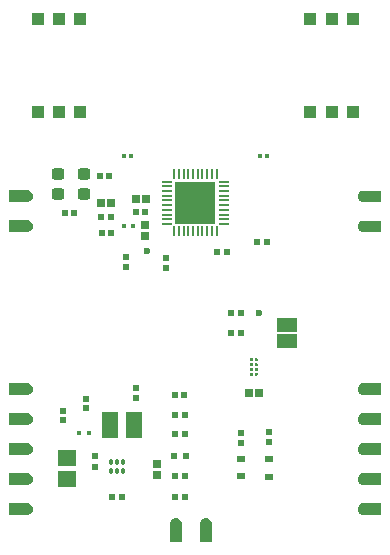
<source format=gtp>
G04*
G04 #@! TF.GenerationSoftware,Altium Limited,Altium NEXUS,5.8.2 (18)*
G04*
G04 Layer_Color=8421504*
%FSLAX44Y44*%
%MOMM*%
G71*
G04*
G04 #@! TF.SameCoordinates,3A1DB9EE-8D2C-4681-89B5-BFB965533D06*
G04*
G04*
G04 #@! TF.FilePolarity,Positive*
G04*
G01*
G75*
%ADD18O,0.8500X0.2000*%
%ADD19O,0.2000X0.8500*%
%ADD20R,0.4682X0.4725*%
%ADD21R,0.6582X0.7041*%
%ADD22R,0.6153X0.5725*%
%ADD23C,0.6000*%
%ADD24R,0.6725X0.7154*%
%ADD25R,0.3627X0.3627*%
%ADD26R,0.7041X0.6582*%
%ADD27R,0.5153X0.4725*%
%ADD28R,1.1000X1.1000*%
G04:AMPARAMS|DCode=29|XSize=1.1mm|YSize=0.98mm|CornerRadius=0.2597mm|HoleSize=0mm|Usage=FLASHONLY|Rotation=0.000|XOffset=0mm|YOffset=0mm|HoleType=Round|Shape=RoundedRectangle|*
%AMROUNDEDRECTD29*
21,1,1.1000,0.4606,0,0,0.0*
21,1,0.5806,0.9800,0,0,0.0*
1,1,0.5194,0.2903,-0.2303*
1,1,0.5194,-0.2903,-0.2303*
1,1,0.5194,-0.2903,0.2303*
1,1,0.5194,0.2903,0.2303*
%
%ADD29ROUNDEDRECTD29*%
%ADD30R,0.4725X0.4682*%
%ADD31R,0.5725X0.6153*%
%ADD32R,0.6281X0.6062*%
%ADD33R,0.4541X0.3627*%
%ADD34R,1.7062X1.1544*%
%ADD35R,0.8000X0.6000*%
%ADD36R,0.8000X0.6000*%
G04:AMPARAMS|DCode=37|XSize=0.3mm|YSize=0.49mm|CornerRadius=0.0495mm|HoleSize=0mm|Usage=FLASHONLY|Rotation=180.000|XOffset=0mm|YOffset=0mm|HoleType=Round|Shape=RoundedRectangle|*
%AMROUNDEDRECTD37*
21,1,0.3000,0.3910,0,0,180.0*
21,1,0.2010,0.4900,0,0,180.0*
1,1,0.0990,-0.1005,0.1955*
1,1,0.0990,0.1005,0.1955*
1,1,0.0990,0.1005,-0.1955*
1,1,0.0990,-0.1005,-0.1955*
%
%ADD37ROUNDEDRECTD37*%
G04:AMPARAMS|DCode=38|XSize=0.3mm|YSize=0.52mm|CornerRadius=0.0495mm|HoleSize=0mm|Usage=FLASHONLY|Rotation=180.000|XOffset=0mm|YOffset=0mm|HoleType=Round|Shape=RoundedRectangle|*
%AMROUNDEDRECTD38*
21,1,0.3000,0.4210,0,0,180.0*
21,1,0.2010,0.5200,0,0,180.0*
1,1,0.0990,-0.1005,0.2105*
1,1,0.0990,0.1005,0.2105*
1,1,0.0990,0.1005,-0.2105*
1,1,0.0990,-0.1005,-0.2105*
%
%ADD38ROUNDEDRECTD38*%
%ADD39R,0.5000X0.5000*%
%ADD40R,1.5562X1.4546*%
%ADD41R,0.4500X0.4500*%
%ADD42R,1.3549X2.2062*%
%ADD43R,3.5000X3.6000*%
G36*
X17832Y296661D02*
X19239Y295254D01*
X20000Y293416D01*
Y291427D01*
X19239Y289590D01*
X17832Y288183D01*
X15994Y287422D01*
X0D01*
Y297422D01*
X15994D01*
X17832Y296661D01*
D02*
G37*
G36*
X315000Y287400D02*
X299005D01*
X297168Y288161D01*
X295761Y289568D01*
X295000Y291405D01*
Y293395D01*
X295761Y295232D01*
X297168Y296639D01*
X299005Y297400D01*
X315000D01*
Y287400D01*
D02*
G37*
G36*
X17832Y271261D02*
X19239Y269854D01*
X20000Y268016D01*
Y266027D01*
X19239Y264189D01*
X17832Y262783D01*
X15994Y262022D01*
X0D01*
Y272022D01*
X15994D01*
X17832Y271261D01*
D02*
G37*
G36*
X315000Y262000D02*
X299005D01*
X297168Y262761D01*
X295761Y264168D01*
X295000Y266005D01*
Y267994D01*
X295761Y269832D01*
X297168Y271239D01*
X299005Y272000D01*
X315000D01*
Y262000D01*
D02*
G37*
G36*
X209924Y155174D02*
X210064Y155033D01*
X210140Y154849D01*
Y154750D01*
Y153250D01*
Y153151D01*
X210064Y152967D01*
X209924Y152826D01*
X209740Y152750D01*
X208041D01*
X207857Y152826D01*
X207717Y152967D01*
X207640Y153151D01*
Y153250D01*
Y154750D01*
Y154849D01*
X207717Y155033D01*
X207857Y155174D01*
X208041Y155250D01*
X209740D01*
X209924Y155174D01*
D02*
G37*
G36*
X205924D02*
X206064Y155033D01*
X206140Y154849D01*
Y154750D01*
Y153250D01*
Y153151D01*
X206064Y152967D01*
X205924Y152826D01*
X205740Y152750D01*
X204041D01*
X203857Y152826D01*
X203717Y152967D01*
X203640Y153151D01*
Y153250D01*
Y154750D01*
Y154849D01*
X203717Y155033D01*
X203857Y155174D01*
X204041Y155250D01*
X205740D01*
X205924Y155174D01*
D02*
G37*
G36*
X209924Y151174D02*
X210064Y151033D01*
X210140Y150849D01*
Y150750D01*
Y149250D01*
Y149150D01*
X210064Y148967D01*
X209924Y148826D01*
X209740Y148750D01*
X208041D01*
X207857Y148826D01*
X207717Y148967D01*
X207640Y149150D01*
Y149250D01*
Y150750D01*
Y150849D01*
X207717Y151033D01*
X207857Y151174D01*
X208041Y151250D01*
X209740D01*
X209924Y151174D01*
D02*
G37*
G36*
X205924D02*
X206064Y151033D01*
X206140Y150849D01*
Y150750D01*
Y149250D01*
Y149150D01*
X206064Y148967D01*
X205924Y148826D01*
X205740Y148750D01*
X204041D01*
X203857Y148826D01*
X203717Y148967D01*
X203640Y149150D01*
Y149250D01*
Y150750D01*
Y150849D01*
X203717Y151033D01*
X203857Y151174D01*
X204041Y151250D01*
X205740D01*
X205924Y151174D01*
D02*
G37*
G36*
X209924Y147174D02*
X210064Y147033D01*
X210140Y146849D01*
Y146750D01*
Y145250D01*
Y145150D01*
X210064Y144967D01*
X209924Y144826D01*
X209740Y144750D01*
X208041D01*
X207857Y144826D01*
X207717Y144967D01*
X207640Y145150D01*
Y145250D01*
Y146750D01*
Y146849D01*
X207717Y147033D01*
X207857Y147174D01*
X208041Y147250D01*
X209740D01*
X209924Y147174D01*
D02*
G37*
G36*
X205924D02*
X206064Y147033D01*
X206140Y146849D01*
Y146750D01*
Y145250D01*
Y145150D01*
X206064Y144967D01*
X205924Y144826D01*
X205740Y144750D01*
X204041D01*
X203857Y144826D01*
X203717Y144967D01*
X203640Y145150D01*
Y145250D01*
Y146750D01*
Y146849D01*
X203717Y147033D01*
X203857Y147174D01*
X204041Y147250D01*
X205740D01*
X205924Y147174D01*
D02*
G37*
G36*
X209924Y143174D02*
X210064Y143033D01*
X210140Y142849D01*
Y142750D01*
Y141250D01*
Y141151D01*
X210064Y140967D01*
X209924Y140826D01*
X209740Y140750D01*
X208041D01*
X207857Y140826D01*
X207717Y140967D01*
X207640Y141151D01*
Y141250D01*
Y142750D01*
Y142849D01*
X207717Y143033D01*
X207857Y143174D01*
X208041Y143250D01*
X209740D01*
X209924Y143174D01*
D02*
G37*
G36*
X205924D02*
X206064Y143033D01*
X206140Y142849D01*
Y142750D01*
Y141250D01*
Y141151D01*
X206064Y140967D01*
X205924Y140826D01*
X205740Y140750D01*
X204041D01*
X203857Y140826D01*
X203717Y140967D01*
X203640Y141151D01*
Y141250D01*
Y142750D01*
Y142849D01*
X203717Y143033D01*
X203857Y143174D01*
X204041Y143250D01*
X205740D01*
X205924Y143174D01*
D02*
G37*
G36*
X315000Y124000D02*
X299005D01*
X297168Y124761D01*
X295761Y126168D01*
X295000Y128005D01*
Y129994D01*
X295761Y131832D01*
X297168Y133239D01*
X299005Y134000D01*
X315000D01*
Y124000D01*
D02*
G37*
G36*
X17832Y133239D02*
X19239Y131832D01*
X20000Y129994D01*
Y128005D01*
X19239Y126168D01*
X17832Y124761D01*
X15994Y124000D01*
X0D01*
Y134000D01*
X15994D01*
X17832Y133239D01*
D02*
G37*
G36*
X315000Y98600D02*
X299005D01*
X297168Y99361D01*
X295761Y100768D01*
X295000Y102605D01*
Y104594D01*
X295761Y106432D01*
X297168Y107839D01*
X299005Y108600D01*
X315000D01*
Y98600D01*
D02*
G37*
G36*
X17832Y107839D02*
X19239Y106432D01*
X20000Y104594D01*
Y102605D01*
X19239Y100768D01*
X17832Y99361D01*
X15994Y98600D01*
X0D01*
Y108600D01*
X15994D01*
X17832Y107839D01*
D02*
G37*
G36*
X315000Y73200D02*
X299005D01*
X297168Y73961D01*
X295761Y75368D01*
X295000Y77205D01*
Y79194D01*
X295761Y81032D01*
X297168Y82439D01*
X299005Y83200D01*
X315000D01*
Y73200D01*
D02*
G37*
G36*
X17832Y82439D02*
X19239Y81032D01*
X20000Y79194D01*
Y77205D01*
X19239Y75368D01*
X17832Y73961D01*
X15994Y73200D01*
X0D01*
Y83200D01*
X15994D01*
X17832Y82439D01*
D02*
G37*
G36*
X315000Y47800D02*
X299005D01*
X297168Y48561D01*
X295761Y49968D01*
X295000Y51805D01*
Y53794D01*
X295761Y55632D01*
X297168Y57039D01*
X299005Y57800D01*
X315000D01*
Y47800D01*
D02*
G37*
G36*
X17832Y57039D02*
X19239Y55632D01*
X20000Y53794D01*
Y51805D01*
X19239Y49968D01*
X17832Y48561D01*
X15994Y47800D01*
X0D01*
Y57800D01*
X15994D01*
X17832Y57039D01*
D02*
G37*
G36*
X315000Y22400D02*
X299005D01*
X297168Y23161D01*
X295761Y24568D01*
X295000Y26405D01*
Y28394D01*
X295761Y30232D01*
X297168Y31639D01*
X299005Y32400D01*
X315000D01*
Y22400D01*
D02*
G37*
G36*
X17832Y31639D02*
X19239Y30232D01*
X20000Y28394D01*
Y26405D01*
X19239Y24568D01*
X17832Y23161D01*
X15994Y22400D01*
X0D01*
Y32400D01*
X15994D01*
X17832Y31639D01*
D02*
G37*
G36*
X169232Y19239D02*
X170639Y17832D01*
X171400Y15994D01*
Y15000D01*
Y0D01*
X161400D01*
Y15000D01*
Y15994D01*
X162161Y17832D01*
X163568Y19239D01*
X165405Y20000D01*
X167395D01*
X169232Y19239D01*
D02*
G37*
G36*
X143832D02*
X145239Y17832D01*
X146000Y15994D01*
Y15000D01*
Y0D01*
X136000D01*
Y15000D01*
Y15994D01*
X136761Y17832D01*
X138168Y19239D01*
X140005Y20000D01*
X141994D01*
X143832Y19239D01*
D02*
G37*
D18*
X181500Y269000D02*
D03*
Y273000D02*
D03*
Y277000D02*
D03*
Y281000D02*
D03*
Y285000D02*
D03*
Y289000D02*
D03*
Y293000D02*
D03*
Y297000D02*
D03*
Y301000D02*
D03*
Y305000D02*
D03*
X133500D02*
D03*
Y301000D02*
D03*
Y297000D02*
D03*
Y293000D02*
D03*
Y289000D02*
D03*
Y285000D02*
D03*
Y281000D02*
D03*
Y277000D02*
D03*
Y273000D02*
D03*
Y269000D02*
D03*
D19*
X175500Y311000D02*
D03*
X171500D02*
D03*
X163500D02*
D03*
X159500D02*
D03*
X155500D02*
D03*
X151500D02*
D03*
X143500D02*
D03*
X139500D02*
D03*
Y263000D02*
D03*
X143500D02*
D03*
X147500D02*
D03*
X151500D02*
D03*
X155500D02*
D03*
X159500D02*
D03*
X163500D02*
D03*
X167500D02*
D03*
X171500D02*
D03*
X175500D02*
D03*
X167500Y311000D02*
D03*
X147500D02*
D03*
D20*
X209957Y254000D02*
D03*
X218000D02*
D03*
X148278Y124000D02*
D03*
X140235D02*
D03*
D21*
X115000Y267771D02*
D03*
Y259230D02*
D03*
D22*
X77429Y275000D02*
D03*
X86000D02*
D03*
X175714Y245000D02*
D03*
X184286D02*
D03*
X187714Y194000D02*
D03*
X196286D02*
D03*
X86971Y38000D02*
D03*
X95542D02*
D03*
X139971D02*
D03*
X148542D02*
D03*
X148542Y56000D02*
D03*
X139971D02*
D03*
X148542Y107000D02*
D03*
X139971D02*
D03*
X139971Y91000D02*
D03*
X148542D02*
D03*
D23*
X117000Y246000D02*
D03*
X211000Y194000D02*
D03*
D24*
X124935Y66114D02*
D03*
Y56543D02*
D03*
D25*
X104500Y267750D02*
D03*
X97500D02*
D03*
D26*
X116020Y290250D02*
D03*
X107479D02*
D03*
X77730Y287000D02*
D03*
X86271D02*
D03*
X202729Y126000D02*
D03*
X211270D02*
D03*
D27*
X47214Y278000D02*
D03*
X54786D02*
D03*
X84305Y309305D02*
D03*
X76734D02*
D03*
X114786Y279000D02*
D03*
X107214D02*
D03*
D28*
X42000Y363500D02*
D03*
X24000Y442500D02*
D03*
X42000D02*
D03*
X60000D02*
D03*
Y363500D02*
D03*
X24000D02*
D03*
X273000D02*
D03*
X255000Y442500D02*
D03*
X273000D02*
D03*
X291000D02*
D03*
Y363500D02*
D03*
X255000D02*
D03*
D29*
X41000Y311500D02*
D03*
X63000D02*
D03*
Y294500D02*
D03*
X41000D02*
D03*
D30*
X133000Y240021D02*
D03*
Y231978D02*
D03*
X220000Y92521D02*
D03*
Y84479D02*
D03*
X196000Y84000D02*
D03*
Y92043D02*
D03*
X45257Y102979D02*
D03*
Y111021D02*
D03*
X65000Y121043D02*
D03*
Y113000D02*
D03*
X107000Y130021D02*
D03*
Y121979D02*
D03*
D31*
X99000Y232429D02*
D03*
Y241000D02*
D03*
X72256Y63714D02*
D03*
Y72286D02*
D03*
D32*
X78219Y261000D02*
D03*
X86000D02*
D03*
X188110Y177000D02*
D03*
X195890D02*
D03*
D33*
X218293Y327000D02*
D03*
X212207D02*
D03*
X96707D02*
D03*
X102793D02*
D03*
D34*
X235000Y183759D02*
D03*
Y170241D02*
D03*
D35*
X220000Y69750D02*
D03*
Y55250D02*
D03*
D36*
X196000Y55750D02*
D03*
Y70250D02*
D03*
D37*
X86257Y60000D02*
D03*
X96257D02*
D03*
X91257D02*
D03*
Y67700D02*
D03*
X86257D02*
D03*
D38*
X96257Y67550D02*
D03*
D39*
X139256Y73000D02*
D03*
X149256D02*
D03*
D40*
X49257Y52742D02*
D03*
Y71258D02*
D03*
D41*
X67256Y92000D02*
D03*
X59257D02*
D03*
D42*
X85000Y99000D02*
D03*
X105513D02*
D03*
D43*
X157500Y287000D02*
D03*
M02*

</source>
